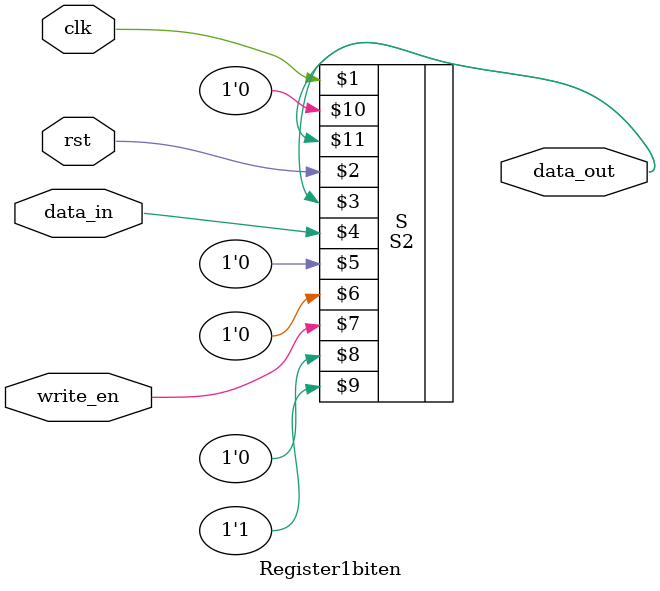
<source format=v>
module Register1biten (input clk, rst, write_en, data_in, output data_out);
    S2 S (clk, rst, data_out, data_in, 1'b0, 1'b0, write_en, 1'b0, 1'b1, 1'b0, data_out);
endmodule
</source>
